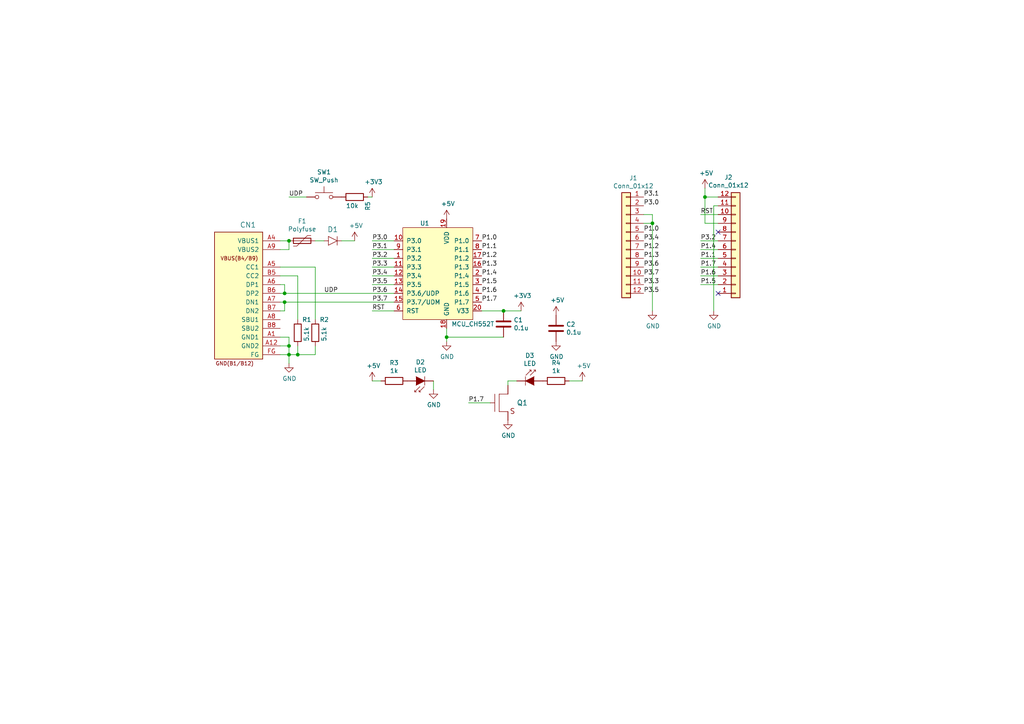
<source format=kicad_sch>
(kicad_sch (version 20211123) (generator eeschema)

  (uuid e615f7aa-337e-474d-9615-2ad82b1c44ca)

  (paper "A4")

  (lib_symbols
    (symbol "Connector_Generic:Conn_01x12" (pin_names (offset 1.016) hide) (in_bom yes) (on_board yes)
      (property "Reference" "J" (id 0) (at 0 15.24 0)
        (effects (font (size 1.27 1.27)))
      )
      (property "Value" "Conn_01x12" (id 1) (at 0 -17.78 0)
        (effects (font (size 1.27 1.27)))
      )
      (property "Footprint" "" (id 2) (at 0 0 0)
        (effects (font (size 1.27 1.27)) hide)
      )
      (property "Datasheet" "~" (id 3) (at 0 0 0)
        (effects (font (size 1.27 1.27)) hide)
      )
      (property "ki_keywords" "connector" (id 4) (at 0 0 0)
        (effects (font (size 1.27 1.27)) hide)
      )
      (property "ki_description" "Generic connector, single row, 01x12, script generated (kicad-library-utils/schlib/autogen/connector/)" (id 5) (at 0 0 0)
        (effects (font (size 1.27 1.27)) hide)
      )
      (property "ki_fp_filters" "Connector*:*_1x??_*" (id 6) (at 0 0 0)
        (effects (font (size 1.27 1.27)) hide)
      )
      (symbol "Conn_01x12_1_1"
        (rectangle (start -1.27 -15.113) (end 0 -15.367)
          (stroke (width 0.1524) (type default) (color 0 0 0 0))
          (fill (type none))
        )
        (rectangle (start -1.27 -12.573) (end 0 -12.827)
          (stroke (width 0.1524) (type default) (color 0 0 0 0))
          (fill (type none))
        )
        (rectangle (start -1.27 -10.033) (end 0 -10.287)
          (stroke (width 0.1524) (type default) (color 0 0 0 0))
          (fill (type none))
        )
        (rectangle (start -1.27 -7.493) (end 0 -7.747)
          (stroke (width 0.1524) (type default) (color 0 0 0 0))
          (fill (type none))
        )
        (rectangle (start -1.27 -4.953) (end 0 -5.207)
          (stroke (width 0.1524) (type default) (color 0 0 0 0))
          (fill (type none))
        )
        (rectangle (start -1.27 -2.413) (end 0 -2.667)
          (stroke (width 0.1524) (type default) (color 0 0 0 0))
          (fill (type none))
        )
        (rectangle (start -1.27 0.127) (end 0 -0.127)
          (stroke (width 0.1524) (type default) (color 0 0 0 0))
          (fill (type none))
        )
        (rectangle (start -1.27 2.667) (end 0 2.413)
          (stroke (width 0.1524) (type default) (color 0 0 0 0))
          (fill (type none))
        )
        (rectangle (start -1.27 5.207) (end 0 4.953)
          (stroke (width 0.1524) (type default) (color 0 0 0 0))
          (fill (type none))
        )
        (rectangle (start -1.27 7.747) (end 0 7.493)
          (stroke (width 0.1524) (type default) (color 0 0 0 0))
          (fill (type none))
        )
        (rectangle (start -1.27 10.287) (end 0 10.033)
          (stroke (width 0.1524) (type default) (color 0 0 0 0))
          (fill (type none))
        )
        (rectangle (start -1.27 12.827) (end 0 12.573)
          (stroke (width 0.1524) (type default) (color 0 0 0 0))
          (fill (type none))
        )
        (rectangle (start -1.27 13.97) (end 1.27 -16.51)
          (stroke (width 0.254) (type default) (color 0 0 0 0))
          (fill (type background))
        )
        (pin passive line (at -5.08 12.7 0) (length 3.81)
          (name "Pin_1" (effects (font (size 1.27 1.27))))
          (number "1" (effects (font (size 1.27 1.27))))
        )
        (pin passive line (at -5.08 -10.16 0) (length 3.81)
          (name "Pin_10" (effects (font (size 1.27 1.27))))
          (number "10" (effects (font (size 1.27 1.27))))
        )
        (pin passive line (at -5.08 -12.7 0) (length 3.81)
          (name "Pin_11" (effects (font (size 1.27 1.27))))
          (number "11" (effects (font (size 1.27 1.27))))
        )
        (pin passive line (at -5.08 -15.24 0) (length 3.81)
          (name "Pin_12" (effects (font (size 1.27 1.27))))
          (number "12" (effects (font (size 1.27 1.27))))
        )
        (pin passive line (at -5.08 10.16 0) (length 3.81)
          (name "Pin_2" (effects (font (size 1.27 1.27))))
          (number "2" (effects (font (size 1.27 1.27))))
        )
        (pin passive line (at -5.08 7.62 0) (length 3.81)
          (name "Pin_3" (effects (font (size 1.27 1.27))))
          (number "3" (effects (font (size 1.27 1.27))))
        )
        (pin passive line (at -5.08 5.08 0) (length 3.81)
          (name "Pin_4" (effects (font (size 1.27 1.27))))
          (number "4" (effects (font (size 1.27 1.27))))
        )
        (pin passive line (at -5.08 2.54 0) (length 3.81)
          (name "Pin_5" (effects (font (size 1.27 1.27))))
          (number "5" (effects (font (size 1.27 1.27))))
        )
        (pin passive line (at -5.08 0 0) (length 3.81)
          (name "Pin_6" (effects (font (size 1.27 1.27))))
          (number "6" (effects (font (size 1.27 1.27))))
        )
        (pin passive line (at -5.08 -2.54 0) (length 3.81)
          (name "Pin_7" (effects (font (size 1.27 1.27))))
          (number "7" (effects (font (size 1.27 1.27))))
        )
        (pin passive line (at -5.08 -5.08 0) (length 3.81)
          (name "Pin_8" (effects (font (size 1.27 1.27))))
          (number "8" (effects (font (size 1.27 1.27))))
        )
        (pin passive line (at -5.08 -7.62 0) (length 3.81)
          (name "Pin_9" (effects (font (size 1.27 1.27))))
          (number "9" (effects (font (size 1.27 1.27))))
        )
      )
    )
    (symbol "Device:C" (pin_numbers hide) (pin_names (offset 0.254)) (in_bom yes) (on_board yes)
      (property "Reference" "C" (id 0) (at 0.635 2.54 0)
        (effects (font (size 1.27 1.27)) (justify left))
      )
      (property "Value" "C" (id 1) (at 0.635 -2.54 0)
        (effects (font (size 1.27 1.27)) (justify left))
      )
      (property "Footprint" "" (id 2) (at 0.9652 -3.81 0)
        (effects (font (size 1.27 1.27)) hide)
      )
      (property "Datasheet" "~" (id 3) (at 0 0 0)
        (effects (font (size 1.27 1.27)) hide)
      )
      (property "ki_keywords" "cap capacitor" (id 4) (at 0 0 0)
        (effects (font (size 1.27 1.27)) hide)
      )
      (property "ki_description" "Unpolarized capacitor" (id 5) (at 0 0 0)
        (effects (font (size 1.27 1.27)) hide)
      )
      (property "ki_fp_filters" "C_*" (id 6) (at 0 0 0)
        (effects (font (size 1.27 1.27)) hide)
      )
      (symbol "C_0_1"
        (polyline
          (pts
            (xy -2.032 -0.762)
            (xy 2.032 -0.762)
          )
          (stroke (width 0.508) (type default) (color 0 0 0 0))
          (fill (type none))
        )
        (polyline
          (pts
            (xy -2.032 0.762)
            (xy 2.032 0.762)
          )
          (stroke (width 0.508) (type default) (color 0 0 0 0))
          (fill (type none))
        )
      )
      (symbol "C_1_1"
        (pin passive line (at 0 3.81 270) (length 2.794)
          (name "~" (effects (font (size 1.27 1.27))))
          (number "1" (effects (font (size 1.27 1.27))))
        )
        (pin passive line (at 0 -3.81 90) (length 2.794)
          (name "~" (effects (font (size 1.27 1.27))))
          (number "2" (effects (font (size 1.27 1.27))))
        )
      )
    )
    (symbol "Device:Polyfuse" (pin_numbers hide) (pin_names (offset 0)) (in_bom yes) (on_board yes)
      (property "Reference" "F" (id 0) (at -2.54 0 90)
        (effects (font (size 1.27 1.27)))
      )
      (property "Value" "Polyfuse" (id 1) (at 2.54 0 90)
        (effects (font (size 1.27 1.27)))
      )
      (property "Footprint" "" (id 2) (at 1.27 -5.08 0)
        (effects (font (size 1.27 1.27)) (justify left) hide)
      )
      (property "Datasheet" "~" (id 3) (at 0 0 0)
        (effects (font (size 1.27 1.27)) hide)
      )
      (property "ki_keywords" "resettable fuse PTC PPTC polyfuse polyswitch" (id 4) (at 0 0 0)
        (effects (font (size 1.27 1.27)) hide)
      )
      (property "ki_description" "Resettable fuse, polymeric positive temperature coefficient" (id 5) (at 0 0 0)
        (effects (font (size 1.27 1.27)) hide)
      )
      (property "ki_fp_filters" "*polyfuse* *PTC*" (id 6) (at 0 0 0)
        (effects (font (size 1.27 1.27)) hide)
      )
      (symbol "Polyfuse_0_1"
        (rectangle (start -0.762 2.54) (end 0.762 -2.54)
          (stroke (width 0.254) (type default) (color 0 0 0 0))
          (fill (type none))
        )
        (polyline
          (pts
            (xy 0 2.54)
            (xy 0 -2.54)
          )
          (stroke (width 0) (type default) (color 0 0 0 0))
          (fill (type none))
        )
        (polyline
          (pts
            (xy -1.524 2.54)
            (xy -1.524 1.524)
            (xy 1.524 -1.524)
            (xy 1.524 -2.54)
          )
          (stroke (width 0) (type default) (color 0 0 0 0))
          (fill (type none))
        )
      )
      (symbol "Polyfuse_1_1"
        (pin passive line (at 0 3.81 270) (length 1.27)
          (name "~" (effects (font (size 1.27 1.27))))
          (number "1" (effects (font (size 1.27 1.27))))
        )
        (pin passive line (at 0 -3.81 90) (length 1.27)
          (name "~" (effects (font (size 1.27 1.27))))
          (number "2" (effects (font (size 1.27 1.27))))
        )
      )
    )
    (symbol "Device:R" (pin_numbers hide) (pin_names (offset 0)) (in_bom yes) (on_board yes)
      (property "Reference" "R" (id 0) (at 2.032 0 90)
        (effects (font (size 1.27 1.27)))
      )
      (property "Value" "R" (id 1) (at 0 0 90)
        (effects (font (size 1.27 1.27)))
      )
      (property "Footprint" "" (id 2) (at -1.778 0 90)
        (effects (font (size 1.27 1.27)) hide)
      )
      (property "Datasheet" "~" (id 3) (at 0 0 0)
        (effects (font (size 1.27 1.27)) hide)
      )
      (property "ki_keywords" "R res resistor" (id 4) (at 0 0 0)
        (effects (font (size 1.27 1.27)) hide)
      )
      (property "ki_description" "Resistor" (id 5) (at 0 0 0)
        (effects (font (size 1.27 1.27)) hide)
      )
      (property "ki_fp_filters" "R_*" (id 6) (at 0 0 0)
        (effects (font (size 1.27 1.27)) hide)
      )
      (symbol "R_0_1"
        (rectangle (start -1.016 -2.54) (end 1.016 2.54)
          (stroke (width 0.254) (type default) (color 0 0 0 0))
          (fill (type none))
        )
      )
      (symbol "R_1_1"
        (pin passive line (at 0 3.81 270) (length 1.27)
          (name "~" (effects (font (size 1.27 1.27))))
          (number "1" (effects (font (size 1.27 1.27))))
        )
        (pin passive line (at 0 -3.81 90) (length 1.27)
          (name "~" (effects (font (size 1.27 1.27))))
          (number "2" (effects (font (size 1.27 1.27))))
        )
      )
    )
    (symbol "Switch:SW_Push" (pin_numbers hide) (pin_names (offset 1.016) hide) (in_bom yes) (on_board yes)
      (property "Reference" "SW" (id 0) (at 1.27 2.54 0)
        (effects (font (size 1.27 1.27)) (justify left))
      )
      (property "Value" "SW_Push" (id 1) (at 0 -1.524 0)
        (effects (font (size 1.27 1.27)))
      )
      (property "Footprint" "" (id 2) (at 0 5.08 0)
        (effects (font (size 1.27 1.27)) hide)
      )
      (property "Datasheet" "~" (id 3) (at 0 5.08 0)
        (effects (font (size 1.27 1.27)) hide)
      )
      (property "ki_keywords" "switch normally-open pushbutton push-button" (id 4) (at 0 0 0)
        (effects (font (size 1.27 1.27)) hide)
      )
      (property "ki_description" "Push button switch, generic, two pins" (id 5) (at 0 0 0)
        (effects (font (size 1.27 1.27)) hide)
      )
      (symbol "SW_Push_0_1"
        (circle (center -2.032 0) (radius 0.508)
          (stroke (width 0) (type default) (color 0 0 0 0))
          (fill (type none))
        )
        (polyline
          (pts
            (xy 0 1.27)
            (xy 0 3.048)
          )
          (stroke (width 0) (type default) (color 0 0 0 0))
          (fill (type none))
        )
        (polyline
          (pts
            (xy 2.54 1.27)
            (xy -2.54 1.27)
          )
          (stroke (width 0) (type default) (color 0 0 0 0))
          (fill (type none))
        )
        (circle (center 2.032 0) (radius 0.508)
          (stroke (width 0) (type default) (color 0 0 0 0))
          (fill (type none))
        )
        (pin passive line (at -5.08 0 0) (length 2.54)
          (name "1" (effects (font (size 1.27 1.27))))
          (number "1" (effects (font (size 1.27 1.27))))
        )
        (pin passive line (at 5.08 0 180) (length 2.54)
          (name "2" (effects (font (size 1.27 1.27))))
          (number "2" (effects (font (size 1.27 1.27))))
        )
      )
    )
    (symbol "akita:CON_USB-C-16" (pin_names (offset 1.016)) (in_bom yes) (on_board yes)
      (property "Reference" "CN" (id 0) (at -7.62 20.32 0)
        (effects (font (size 1.4986 1.4986)) (justify left bottom))
      )
      (property "Value" "CON_USB-C-16" (id 1) (at 0 0 0)
        (effects (font (size 1.27 1.27)) hide)
      )
      (property "Footprint" "akita:USB-C_16P_TH" (id 2) (at 0 0 0)
        (effects (font (size 1.27 1.27)) hide)
      )
      (property "Datasheet" "" (id 3) (at 0 0 0)
        (effects (font (size 1.27 1.27)) hide)
      )
      (symbol "CON_USB-C-16_1_0"
        (text "GND(B1/B12)" (at -5.08 -17.78 0)
          (effects (font (size 1.0668 1.0668)) (justify left))
        )
        (text "VBUS(B4/B9)" (at -6.35 12.7 0)
          (effects (font (size 1.0668 1.0668)) (justify left))
        )
        (pin bidirectional line (at -12.7 -10.16 0) (length 5.08)
          (name "GND1" (effects (font (size 1.27 1.27))))
          (number "A1" (effects (font (size 1.27 1.27))))
        )
        (pin bidirectional line (at -12.7 -12.7 0) (length 5.08)
          (name "GND2" (effects (font (size 1.27 1.27))))
          (number "A12" (effects (font (size 1.27 1.27))))
        )
        (pin bidirectional line (at -12.7 17.78 0) (length 5.08)
          (name "VBUS1" (effects (font (size 1.27 1.27))))
          (number "A4" (effects (font (size 1.27 1.27))))
        )
        (pin bidirectional line (at -12.7 10.16 0) (length 5.08)
          (name "CC1" (effects (font (size 1.27 1.27))))
          (number "A5" (effects (font (size 1.27 1.27))))
        )
        (pin bidirectional line (at -12.7 5.08 0) (length 5.08)
          (name "DP1" (effects (font (size 1.27 1.27))))
          (number "A6" (effects (font (size 1.27 1.27))))
        )
        (pin bidirectional line (at -12.7 0 0) (length 5.08)
          (name "DN1" (effects (font (size 1.27 1.27))))
          (number "A7" (effects (font (size 1.27 1.27))))
        )
        (pin bidirectional line (at -12.7 -5.08 0) (length 5.08)
          (name "SBU1" (effects (font (size 1.27 1.27))))
          (number "A8" (effects (font (size 1.27 1.27))))
        )
        (pin bidirectional line (at -12.7 15.24 0) (length 5.08)
          (name "VBUS2" (effects (font (size 1.27 1.27))))
          (number "A9" (effects (font (size 1.27 1.27))))
        )
        (pin bidirectional line (at -12.7 7.62 0) (length 5.08)
          (name "CC2" (effects (font (size 1.27 1.27))))
          (number "B5" (effects (font (size 1.27 1.27))))
        )
        (pin bidirectional line (at -12.7 2.54 0) (length 5.08)
          (name "DP2" (effects (font (size 1.27 1.27))))
          (number "B6" (effects (font (size 1.27 1.27))))
        )
        (pin bidirectional line (at -12.7 -2.54 0) (length 5.08)
          (name "DN2" (effects (font (size 1.27 1.27))))
          (number "B7" (effects (font (size 1.27 1.27))))
        )
        (pin bidirectional line (at -12.7 -7.62 0) (length 5.08)
          (name "SBU2" (effects (font (size 1.27 1.27))))
          (number "B8" (effects (font (size 1.27 1.27))))
        )
      )
      (symbol "CON_USB-C-16_1_1"
        (rectangle (start -7.62 20.32) (end 6.35 -16.51)
          (stroke (width 0.2032) (type default) (color 0 0 0 0))
          (fill (type background))
        )
        (pin power_in line (at -12.7 -15.24 0) (length 5.08)
          (name "FG" (effects (font (size 1.27 1.27))))
          (number "FG" (effects (font (size 1.27 1.27))))
        )
      )
    )
    (symbol "akita:DIODE" (pin_names (offset 1.016)) (in_bom yes) (on_board yes)
      (property "Reference" "D" (id 0) (at -2.54 2.54 0)
        (effects (font (size 1.4986 1.4986)) (justify left bottom))
      )
      (property "Value" "DIODE" (id 1) (at 0 -2.54 0)
        (effects (font (size 1.27 1.27)) hide)
      )
      (property "Footprint" "" (id 2) (at 0 0 0)
        (effects (font (size 1.27 1.27)) hide)
      )
      (property "Datasheet" "" (id 3) (at 0 0 0)
        (effects (font (size 1.27 1.27)) hide)
      )
      (property "ki_locked" "" (id 4) (at 0 0 0)
        (effects (font (size 1.27 1.27)))
      )
      (symbol "DIODE_1_0"
        (polyline
          (pts
            (xy -2.54 0)
            (xy -1.27 0)
          )
          (stroke (width 0) (type default) (color 0 0 0 0))
          (fill (type none))
        )
        (polyline
          (pts
            (xy -1.27 -1.27)
            (xy 1.27 0)
          )
          (stroke (width 0) (type default) (color 0 0 0 0))
          (fill (type none))
        )
        (polyline
          (pts
            (xy -1.27 0)
            (xy -1.27 -1.27)
          )
          (stroke (width 0) (type default) (color 0 0 0 0))
          (fill (type none))
        )
        (polyline
          (pts
            (xy -1.27 1.27)
            (xy -1.27 0)
          )
          (stroke (width 0) (type default) (color 0 0 0 0))
          (fill (type none))
        )
        (polyline
          (pts
            (xy 1.27 0)
            (xy -1.27 1.27)
          )
          (stroke (width 0) (type default) (color 0 0 0 0))
          (fill (type none))
        )
        (polyline
          (pts
            (xy 1.27 0)
            (xy 1.27 -1.27)
          )
          (stroke (width 0) (type default) (color 0 0 0 0))
          (fill (type none))
        )
        (polyline
          (pts
            (xy 1.27 1.27)
            (xy 1.27 0)
          )
          (stroke (width 0) (type default) (color 0 0 0 0))
          (fill (type none))
        )
        (polyline
          (pts
            (xy 2.54 0)
            (xy 1.27 0)
          )
          (stroke (width 0) (type default) (color 0 0 0 0))
          (fill (type none))
        )
        (pin passive line (at -2.54 0 0) (length 0)
          (name "A" (effects (font (size 0 0))))
          (number "A" (effects (font (size 0 0))))
        )
        (pin passive line (at 2.54 0 180) (length 0)
          (name "K" (effects (font (size 0 0))))
          (number "K" (effects (font (size 0 0))))
        )
      )
    )
    (symbol "akita:LED" (pin_numbers hide) (pin_names (offset 1.016) hide) (in_bom yes) (on_board yes)
      (property "Reference" "D" (id 0) (at 0.508 1.778 0)
        (effects (font (size 1.27 1.27)) (justify left))
      )
      (property "Value" "LED" (id 1) (at -1.016 -2.794 0)
        (effects (font (size 1.27 1.27)))
      )
      (property "Footprint" "" (id 2) (at 0 4.445 0)
        (effects (font (size 1.27 1.27)) hide)
      )
      (property "Datasheet" "http://www.osram-os.com/Graphics/XPic6/00029609_0.pdf/SFh%20460.pdf" (id 3) (at -1.27 0 0)
        (effects (font (size 1.27 1.27)) hide)
      )
      (property "ki_keywords" "opto IR LED" (id 4) (at 0 0 0)
        (effects (font (size 1.27 1.27)) hide)
      )
      (property "ki_description" "general LED" (id 5) (at 0 0 0)
        (effects (font (size 1.27 1.27)) hide)
      )
      (property "ki_fp_filters" "TO?18*Window*" (id 6) (at 0 0 0)
        (effects (font (size 1.27 1.27)) hide)
      )
      (symbol "LED_0_1"
        (polyline
          (pts
            (xy -2.54 1.27)
            (xy -2.54 -1.27)
          )
          (stroke (width 0.1524) (type default) (color 0 0 0 0))
          (fill (type none))
        )
        (polyline
          (pts
            (xy 0.381 3.175)
            (xy -0.127 3.175)
          )
          (stroke (width 0) (type default) (color 0 0 0 0))
          (fill (type none))
        )
        (polyline
          (pts
            (xy -1.143 1.651)
            (xy 0.381 3.175)
            (xy 0.381 2.667)
          )
          (stroke (width 0) (type default) (color 0 0 0 0))
          (fill (type none))
        )
        (polyline
          (pts
            (xy 0 1.27)
            (xy -2.54 0)
            (xy 0 -1.27)
          )
          (stroke (width 0) (type default) (color 0 0 0 0))
          (fill (type outline))
        )
        (polyline
          (pts
            (xy -2.413 1.651)
            (xy -0.889 3.175)
            (xy -0.889 2.667)
            (xy -0.889 3.175)
            (xy -1.397 3.175)
          )
          (stroke (width 0) (type default) (color 0 0 0 0))
          (fill (type none))
        )
      )
      (symbol "LED_1_1"
        (pin passive line (at -5.08 0 0) (length 2.54)
          (name "K" (effects (font (size 1.27 1.27))))
          (number "1" (effects (font (size 1.27 1.27))))
        )
        (pin passive line (at 2.54 0 180) (length 2.54)
          (name "A" (effects (font (size 1.27 1.27))))
          (number "2" (effects (font (size 1.27 1.27))))
        )
      )
    )
    (symbol "akita:MCU_CH552T" (pin_names (offset 1.016)) (in_bom yes) (on_board yes)
      (property "Reference" "U" (id 0) (at 13.97 -2.54 0)
        (effects (font (size 1.27 1.27)))
      )
      (property "Value" "MCU_CH552T" (id 1) (at 10.16 -13.97 0)
        (effects (font (size 1.27 1.27)))
      )
      (property "Footprint" "Package_SO:TSSOP-20_4.4x6.5mm_P0.65mm" (id 2) (at 0 -13.97 0)
        (effects (font (size 1.27 1.27)) hide)
      )
      (property "Datasheet" "" (id 3) (at 8.89 -15.24 0)
        (effects (font (size 1.27 1.27)) hide)
      )
      (symbol "MCU_CH552T_0_1"
        (rectangle (start -10.16 13.97) (end 10.16 -12.7)
          (stroke (width 0) (type default) (color 0 0 0 0))
          (fill (type background))
        )
      )
      (symbol "MCU_CH552T_1_1"
        (pin input line (at -12.7 5.08 0) (length 2.54)
          (name "P3.2" (effects (font (size 1.27 1.27))))
          (number "1" (effects (font (size 1.27 1.27))))
        )
        (pin input line (at -12.7 10.16 0) (length 2.54)
          (name "P3.0" (effects (font (size 1.27 1.27))))
          (number "10" (effects (font (size 1.27 1.27))))
        )
        (pin input line (at -12.7 2.54 0) (length 2.54)
          (name "P3.3" (effects (font (size 1.27 1.27))))
          (number "11" (effects (font (size 1.27 1.27))))
        )
        (pin input line (at -12.7 0 0) (length 2.54)
          (name "P3.4" (effects (font (size 1.27 1.27))))
          (number "12" (effects (font (size 1.27 1.27))))
        )
        (pin input line (at -12.7 -2.54 0) (length 2.54)
          (name "P3.5" (effects (font (size 1.27 1.27))))
          (number "13" (effects (font (size 1.27 1.27))))
        )
        (pin input line (at -12.7 -5.08 0) (length 2.54)
          (name "P3.6/UDP" (effects (font (size 1.27 1.27))))
          (number "14" (effects (font (size 1.27 1.27))))
        )
        (pin input line (at -12.7 -7.62 0) (length 2.54)
          (name "P3.7/UDM" (effects (font (size 1.27 1.27))))
          (number "15" (effects (font (size 1.27 1.27))))
        )
        (pin input line (at 12.7 2.54 180) (length 2.54)
          (name "P1.3" (effects (font (size 1.27 1.27))))
          (number "16" (effects (font (size 1.27 1.27))))
        )
        (pin input line (at 12.7 5.08 180) (length 2.54)
          (name "P1.2" (effects (font (size 1.27 1.27))))
          (number "17" (effects (font (size 1.27 1.27))))
        )
        (pin power_in line (at 2.54 -15.24 90) (length 2.54)
          (name "GND" (effects (font (size 1.27 1.27))))
          (number "18" (effects (font (size 1.27 1.27))))
        )
        (pin power_in line (at 2.54 16.51 270) (length 2.54)
          (name "VDD" (effects (font (size 1.27 1.27))))
          (number "19" (effects (font (size 1.27 1.27))))
        )
        (pin bidirectional line (at 12.7 0 180) (length 2.54)
          (name "P1.4" (effects (font (size 1.27 1.27))))
          (number "2" (effects (font (size 1.27 1.27))))
        )
        (pin power_out line (at 12.7 -10.16 180) (length 2.54)
          (name "V33" (effects (font (size 1.27 1.27))))
          (number "20" (effects (font (size 1.27 1.27))))
        )
        (pin bidirectional line (at 12.7 -2.54 180) (length 2.54)
          (name "P1.5" (effects (font (size 1.27 1.27))))
          (number "3" (effects (font (size 1.27 1.27))))
        )
        (pin bidirectional line (at 12.7 -5.08 180) (length 2.54)
          (name "P1.6" (effects (font (size 1.27 1.27))))
          (number "4" (effects (font (size 1.27 1.27))))
        )
        (pin bidirectional line (at 12.7 -7.62 180) (length 2.54)
          (name "P1.7" (effects (font (size 1.27 1.27))))
          (number "5" (effects (font (size 1.27 1.27))))
        )
        (pin input line (at -12.7 -10.16 0) (length 2.54)
          (name "RST" (effects (font (size 1.27 1.27))))
          (number "6" (effects (font (size 1.27 1.27))))
        )
        (pin input line (at 12.7 10.16 180) (length 2.54)
          (name "P1.0" (effects (font (size 1.27 1.27))))
          (number "7" (effects (font (size 1.27 1.27))))
        )
        (pin input line (at 12.7 7.62 180) (length 2.54)
          (name "P1.1" (effects (font (size 1.27 1.27))))
          (number "8" (effects (font (size 1.27 1.27))))
        )
        (pin input line (at -12.7 7.62 0) (length 2.54)
          (name "P3.1" (effects (font (size 1.27 1.27))))
          (number "9" (effects (font (size 1.27 1.27))))
        )
      )
    )
    (symbol "akita:TR_NMOS_IRLML6344" (pin_names (offset 1.016)) (in_bom yes) (on_board yes)
      (property "Reference" "Q" (id 0) (at 3.048 0.508 0)
        (effects (font (size 1.4986 1.4986)) (justify left bottom))
      )
      (property "Value" "TR_NMOS_IRLML6344" (id 1) (at 0 0 0)
        (effects (font (size 1.27 1.27)) hide)
      )
      (property "Footprint" "Package_TO_SOT_SMD:SOT-23" (id 2) (at 0 0 0)
        (effects (font (size 1.27 1.27)) hide)
      )
      (property "Datasheet" "" (id 3) (at 0 0 0)
        (effects (font (size 1.27 1.27)) hide)
      )
      (symbol "TR_NMOS_IRLML6344_1_0"
        (polyline
          (pts
            (xy -2.54 0)
            (xy -1.27 0)
          )
          (stroke (width 0) (type default) (color 0 0 0 0))
          (fill (type none))
        )
        (polyline
          (pts
            (xy -1.27 2.54)
            (xy -1.27 -2.54)
          )
          (stroke (width 0) (type default) (color 0 0 0 0))
          (fill (type none))
        )
        (polyline
          (pts
            (xy 0 -2.54)
            (xy 2.54 -2.54)
          )
          (stroke (width 0) (type default) (color 0 0 0 0))
          (fill (type none))
        )
        (polyline
          (pts
            (xy 0 2.54)
            (xy 0 -2.54)
          )
          (stroke (width 0) (type default) (color 0 0 0 0))
          (fill (type none))
        )
        (polyline
          (pts
            (xy 2.54 2.54)
            (xy 0 2.54)
          )
          (stroke (width 0) (type default) (color 0 0 0 0))
          (fill (type none))
        )
        (text "S" (at 3.048 -3.302 0)
          (effects (font (size 1.4986 1.4986)) (justify left bottom))
        )
        (pin bidirectional line (at -2.54 0 0) (length 0)
          (name "G" (effects (font (size 0 0))))
          (number "1" (effects (font (size 0 0))))
        )
        (pin bidirectional line (at 2.54 -5.08 90) (length 2.54)
          (name "S" (effects (font (size 0 0))))
          (number "2" (effects (font (size 0 0))))
        )
        (pin bidirectional line (at 2.54 5.08 270) (length 2.54)
          (name "D" (effects (font (size 0 0))))
          (number "3" (effects (font (size 0 0))))
        )
      )
    )
    (symbol "power:+3V3" (power) (pin_names (offset 0)) (in_bom yes) (on_board yes)
      (property "Reference" "#PWR" (id 0) (at 0 -3.81 0)
        (effects (font (size 1.27 1.27)) hide)
      )
      (property "Value" "+3V3" (id 1) (at 0 3.556 0)
        (effects (font (size 1.27 1.27)))
      )
      (property "Footprint" "" (id 2) (at 0 0 0)
        (effects (font (size 1.27 1.27)) hide)
      )
      (property "Datasheet" "" (id 3) (at 0 0 0)
        (effects (font (size 1.27 1.27)) hide)
      )
      (property "ki_keywords" "power-flag" (id 4) (at 0 0 0)
        (effects (font (size 1.27 1.27)) hide)
      )
      (property "ki_description" "Power symbol creates a global label with name \"+3V3\"" (id 5) (at 0 0 0)
        (effects (font (size 1.27 1.27)) hide)
      )
      (symbol "+3V3_0_1"
        (polyline
          (pts
            (xy -0.762 1.27)
            (xy 0 2.54)
          )
          (stroke (width 0) (type default) (color 0 0 0 0))
          (fill (type none))
        )
        (polyline
          (pts
            (xy 0 0)
            (xy 0 2.54)
          )
          (stroke (width 0) (type default) (color 0 0 0 0))
          (fill (type none))
        )
        (polyline
          (pts
            (xy 0 2.54)
            (xy 0.762 1.27)
          )
          (stroke (width 0) (type default) (color 0 0 0 0))
          (fill (type none))
        )
      )
      (symbol "+3V3_1_1"
        (pin power_in line (at 0 0 90) (length 0) hide
          (name "+3V3" (effects (font (size 1.27 1.27))))
          (number "1" (effects (font (size 1.27 1.27))))
        )
      )
    )
    (symbol "power:+5V" (power) (pin_names (offset 0)) (in_bom yes) (on_board yes)
      (property "Reference" "#PWR" (id 0) (at 0 -3.81 0)
        (effects (font (size 1.27 1.27)) hide)
      )
      (property "Value" "+5V" (id 1) (at 0 3.556 0)
        (effects (font (size 1.27 1.27)))
      )
      (property "Footprint" "" (id 2) (at 0 0 0)
        (effects (font (size 1.27 1.27)) hide)
      )
      (property "Datasheet" "" (id 3) (at 0 0 0)
        (effects (font (size 1.27 1.27)) hide)
      )
      (property "ki_keywords" "power-flag" (id 4) (at 0 0 0)
        (effects (font (size 1.27 1.27)) hide)
      )
      (property "ki_description" "Power symbol creates a global label with name \"+5V\"" (id 5) (at 0 0 0)
        (effects (font (size 1.27 1.27)) hide)
      )
      (symbol "+5V_0_1"
        (polyline
          (pts
            (xy -0.762 1.27)
            (xy 0 2.54)
          )
          (stroke (width 0) (type default) (color 0 0 0 0))
          (fill (type none))
        )
        (polyline
          (pts
            (xy 0 0)
            (xy 0 2.54)
          )
          (stroke (width 0) (type default) (color 0 0 0 0))
          (fill (type none))
        )
        (polyline
          (pts
            (xy 0 2.54)
            (xy 0.762 1.27)
          )
          (stroke (width 0) (type default) (color 0 0 0 0))
          (fill (type none))
        )
      )
      (symbol "+5V_1_1"
        (pin power_in line (at 0 0 90) (length 0) hide
          (name "+5V" (effects (font (size 1.27 1.27))))
          (number "1" (effects (font (size 1.27 1.27))))
        )
      )
    )
    (symbol "power:GND" (power) (pin_names (offset 0)) (in_bom yes) (on_board yes)
      (property "Reference" "#PWR" (id 0) (at 0 -6.35 0)
        (effects (font (size 1.27 1.27)) hide)
      )
      (property "Value" "GND" (id 1) (at 0 -3.81 0)
        (effects (font (size 1.27 1.27)))
      )
      (property "Footprint" "" (id 2) (at 0 0 0)
        (effects (font (size 1.27 1.27)) hide)
      )
      (property "Datasheet" "" (id 3) (at 0 0 0)
        (effects (font (size 1.27 1.27)) hide)
      )
      (property "ki_keywords" "power-flag" (id 4) (at 0 0 0)
        (effects (font (size 1.27 1.27)) hide)
      )
      (property "ki_description" "Power symbol creates a global label with name \"GND\" , ground" (id 5) (at 0 0 0)
        (effects (font (size 1.27 1.27)) hide)
      )
      (symbol "GND_0_1"
        (polyline
          (pts
            (xy 0 0)
            (xy 0 -1.27)
            (xy 1.27 -1.27)
            (xy 0 -2.54)
            (xy -1.27 -1.27)
            (xy 0 -1.27)
          )
          (stroke (width 0) (type default) (color 0 0 0 0))
          (fill (type none))
        )
      )
      (symbol "GND_1_1"
        (pin power_in line (at 0 0 270) (length 0) hide
          (name "GND" (effects (font (size 1.27 1.27))))
          (number "1" (effects (font (size 1.27 1.27))))
        )
      )
    )
  )

  (junction (at 82.55 85.09) (diameter 0) (color 0 0 0 0)
    (uuid 2d210a96-f81f-42a9-8bf4-1b43c11086f3)
  )
  (junction (at 82.55 87.63) (diameter 0) (color 0 0 0 0)
    (uuid 4c8eb964-bdf4-44de-90e9-e2ab82dd5313)
  )
  (junction (at 204.47 57.15) (diameter 0) (color 0 0 0 0)
    (uuid 5ca4be1c-537e-4a4a-b344-d0c8ffde8546)
  )
  (junction (at 189.23 64.77) (diameter 0) (color 0 0 0 0)
    (uuid 60dcd1fe-7079-4cb8-b509-04558ccf5097)
  )
  (junction (at 83.82 100.33) (diameter 0) (color 0 0 0 0)
    (uuid 7edc9030-db7b-43ac-a1b3-b87eeacb4c2d)
  )
  (junction (at 146.05 90.17) (diameter 0) (color 0 0 0 0)
    (uuid babeabf2-f3b0-4ed5-8d9e-0215947e6cf3)
  )
  (junction (at 83.82 69.85) (diameter 0) (color 0 0 0 0)
    (uuid bfc0aadc-38cf-466e-a642-68fdc3138c78)
  )
  (junction (at 86.36 102.87) (diameter 0) (color 0 0 0 0)
    (uuid c01d25cd-f4bb-4ef3-b5ea-533a2a4ddb2b)
  )
  (junction (at 129.54 97.79) (diameter 0) (color 0 0 0 0)
    (uuid c0eca5ed-bc5e-4618-9bcd-80945bea41ed)
  )
  (junction (at 83.82 102.87) (diameter 0) (color 0 0 0 0)
    (uuid cbd8faed-e1f8-4406-87c8-58b2c504a5d4)
  )

  (no_connect (at 208.28 85.09) (uuid 730b670c-9bcf-4dcd-9a8d-fcaa61fb0955))
  (no_connect (at 208.28 67.31) (uuid 7cee474b-af8f-4832-b07a-c43c1ab0b464))

  (wire (pts (xy 86.36 102.87) (xy 86.36 100.33))
    (stroke (width 0) (type default) (color 0 0 0 0))
    (uuid 003c2200-0632-4808-a662-8ddd5d30c768)
  )
  (wire (pts (xy 146.05 97.79) (xy 129.54 97.79))
    (stroke (width 0) (type default) (color 0 0 0 0))
    (uuid 0217dfc4-fc13-4699-99ad-d9948522648e)
  )
  (wire (pts (xy 81.28 85.09) (xy 82.55 85.09))
    (stroke (width 0) (type default) (color 0 0 0 0))
    (uuid 03c52831-5dc5-43c5-a442-8d23643b46fb)
  )
  (wire (pts (xy 186.69 62.23) (xy 189.23 62.23))
    (stroke (width 0) (type default) (color 0 0 0 0))
    (uuid 0755aee5-bc01-4cb5-b830-583289df50a3)
  )
  (wire (pts (xy 83.82 100.33) (xy 83.82 102.87))
    (stroke (width 0) (type default) (color 0 0 0 0))
    (uuid 08a7c925-7fae-4530-b0c9-120e185cb318)
  )
  (wire (pts (xy 125.73 113.03) (xy 125.73 110.49))
    (stroke (width 0) (type default) (color 0 0 0 0))
    (uuid 099096e4-8c2a-4d84-a16f-06b4b6330e7a)
  )
  (wire (pts (xy 110.49 110.49) (xy 107.95 110.49))
    (stroke (width 0) (type default) (color 0 0 0 0))
    (uuid 0e1ed1c5-7428-4dc7-b76e-49b2d5f8177d)
  )
  (wire (pts (xy 81.28 72.39) (xy 83.82 72.39))
    (stroke (width 0) (type default) (color 0 0 0 0))
    (uuid 0f54db53-a272-4955-88fb-d7ab00657bb0)
  )
  (wire (pts (xy 149.86 110.49) (xy 147.32 110.49))
    (stroke (width 0) (type default) (color 0 0 0 0))
    (uuid 101ef598-601d-400e-9ef6-d655fbb1dbfa)
  )
  (wire (pts (xy 208.28 59.69) (xy 207.01 59.69))
    (stroke (width 0) (type default) (color 0 0 0 0))
    (uuid 182b2d54-931d-49d6-9f39-60a752623e36)
  )
  (wire (pts (xy 86.36 80.01) (xy 86.36 92.71))
    (stroke (width 0) (type default) (color 0 0 0 0))
    (uuid 1a1ab354-5f85-45f9-938c-9f6c4c8c3ea2)
  )
  (wire (pts (xy 139.7 90.17) (xy 146.05 90.17))
    (stroke (width 0) (type default) (color 0 0 0 0))
    (uuid 1d9cdadc-9036-4a95-b6db-fa7b3b74c869)
  )
  (wire (pts (xy 83.82 102.87) (xy 86.36 102.87))
    (stroke (width 0) (type default) (color 0 0 0 0))
    (uuid 240e07e1-770b-4b27-894f-29fd601c924d)
  )
  (wire (pts (xy 82.55 85.09) (xy 114.3 85.09))
    (stroke (width 0) (type default) (color 0 0 0 0))
    (uuid 275aa44a-b61f-489f-9e2a-819a0fe0d1eb)
  )
  (wire (pts (xy 81.28 90.17) (xy 82.55 90.17))
    (stroke (width 0) (type default) (color 0 0 0 0))
    (uuid 29e78086-2175-405e-9ba3-c48766d2f50c)
  )
  (wire (pts (xy 81.28 97.79) (xy 83.82 97.79))
    (stroke (width 0) (type default) (color 0 0 0 0))
    (uuid 2d6db888-4e40-41c8-b701-07170fc894bc)
  )
  (wire (pts (xy 203.2 69.85) (xy 208.28 69.85))
    (stroke (width 0) (type default) (color 0 0 0 0))
    (uuid 2dc272bd-3aa2-45b5-889d-1d3c8aac80f8)
  )
  (wire (pts (xy 114.3 74.93) (xy 107.95 74.93))
    (stroke (width 0) (type default) (color 0 0 0 0))
    (uuid 40976bf0-19de-460f-ad64-224d4f51e16b)
  )
  (wire (pts (xy 81.28 77.47) (xy 91.44 77.47))
    (stroke (width 0) (type default) (color 0 0 0 0))
    (uuid 42713045-fffd-4b2d-ae1e-7232d705fb12)
  )
  (wire (pts (xy 189.23 62.23) (xy 189.23 64.77))
    (stroke (width 0) (type default) (color 0 0 0 0))
    (uuid 4a21e717-d46d-4d9e-8b98-af4ecb02d3ec)
  )
  (wire (pts (xy 81.28 102.87) (xy 83.82 102.87))
    (stroke (width 0) (type default) (color 0 0 0 0))
    (uuid 4a4ec8d9-3d72-4952-83d4-808f65849a2b)
  )
  (wire (pts (xy 207.01 59.69) (xy 207.01 90.17))
    (stroke (width 0) (type default) (color 0 0 0 0))
    (uuid 5114c7bf-b955-49f3-a0a8-4b954c81bde0)
  )
  (wire (pts (xy 81.28 100.33) (xy 83.82 100.33))
    (stroke (width 0) (type default) (color 0 0 0 0))
    (uuid 5528bcad-2950-4673-90eb-c37e6952c475)
  )
  (wire (pts (xy 204.47 64.77) (xy 204.47 57.15))
    (stroke (width 0) (type default) (color 0 0 0 0))
    (uuid 57c0c267-8bf9-4cc7-b734-d71a239ac313)
  )
  (wire (pts (xy 208.28 77.47) (xy 203.2 77.47))
    (stroke (width 0) (type default) (color 0 0 0 0))
    (uuid 5bcace5d-edd0-4e19-92d0-835e43cf8eb2)
  )
  (wire (pts (xy 129.54 97.79) (xy 129.54 95.25))
    (stroke (width 0) (type default) (color 0 0 0 0))
    (uuid 6bfe5804-2ef9-4c65-b2a7-f01e4014370a)
  )
  (wire (pts (xy 208.28 72.39) (xy 203.2 72.39))
    (stroke (width 0) (type default) (color 0 0 0 0))
    (uuid 6c2d26bc-6eca-436c-8025-79f817bf57d6)
  )
  (wire (pts (xy 82.55 87.63) (xy 114.3 87.63))
    (stroke (width 0) (type default) (color 0 0 0 0))
    (uuid 6c67e4f6-9d04-4539-b356-b76e915ce848)
  )
  (wire (pts (xy 208.28 82.55) (xy 203.2 82.55))
    (stroke (width 0) (type default) (color 0 0 0 0))
    (uuid 6ec113ca-7d27-4b14-a180-1e5e2fd1c167)
  )
  (wire (pts (xy 81.28 80.01) (xy 86.36 80.01))
    (stroke (width 0) (type default) (color 0 0 0 0))
    (uuid 7aed3a71-054b-4aaa-9c0a-030523c32827)
  )
  (wire (pts (xy 83.82 97.79) (xy 83.82 100.33))
    (stroke (width 0) (type default) (color 0 0 0 0))
    (uuid 7bbf981c-a063-4e30-8911-e4228e1c0743)
  )
  (wire (pts (xy 83.82 72.39) (xy 83.82 69.85))
    (stroke (width 0) (type default) (color 0 0 0 0))
    (uuid 80094b70-85ab-4ff6-934b-60d5ee65023a)
  )
  (wire (pts (xy 208.28 64.77) (xy 204.47 64.77))
    (stroke (width 0) (type default) (color 0 0 0 0))
    (uuid 853ee787-6e2c-4f32-bc75-6c17337dd3d5)
  )
  (wire (pts (xy 114.3 72.39) (xy 107.95 72.39))
    (stroke (width 0) (type default) (color 0 0 0 0))
    (uuid 8c514922-ffe1-4e37-a260-e807409f2e0d)
  )
  (wire (pts (xy 91.44 69.85) (xy 93.98 69.85))
    (stroke (width 0) (type default) (color 0 0 0 0))
    (uuid 8da933a9-35f8-42e6-8504-d1bab7264306)
  )
  (wire (pts (xy 82.55 90.17) (xy 82.55 87.63))
    (stroke (width 0) (type default) (color 0 0 0 0))
    (uuid 94a873dc-af67-4ef9-8159-1f7c93eeb3d7)
  )
  (wire (pts (xy 107.95 90.17) (xy 114.3 90.17))
    (stroke (width 0) (type default) (color 0 0 0 0))
    (uuid 965308c8-e014-459a-b9db-b8493a601c62)
  )
  (wire (pts (xy 91.44 102.87) (xy 91.44 100.33))
    (stroke (width 0) (type default) (color 0 0 0 0))
    (uuid 9b0a1687-7e1b-4a04-a30b-c27a072a2949)
  )
  (wire (pts (xy 142.24 116.84) (xy 135.89 116.84))
    (stroke (width 0) (type default) (color 0 0 0 0))
    (uuid 9b3c58a7-a9b9-4498-abc0-f9f43e4f0292)
  )
  (wire (pts (xy 82.55 82.55) (xy 82.55 85.09))
    (stroke (width 0) (type default) (color 0 0 0 0))
    (uuid 9bb20359-0f8b-45bc-9d38-6626ed3a939d)
  )
  (wire (pts (xy 114.3 82.55) (xy 107.95 82.55))
    (stroke (width 0) (type default) (color 0 0 0 0))
    (uuid a15a7506-eae4-4933-84da-9ad754258706)
  )
  (wire (pts (xy 81.28 87.63) (xy 82.55 87.63))
    (stroke (width 0) (type default) (color 0 0 0 0))
    (uuid a1823eb2-fb0d-4ed8-8b96-04184ac3a9d5)
  )
  (wire (pts (xy 81.28 82.55) (xy 82.55 82.55))
    (stroke (width 0) (type default) (color 0 0 0 0))
    (uuid aa14c3bd-4acc-4908-9d28-228585a22a9d)
  )
  (wire (pts (xy 208.28 62.23) (xy 203.2 62.23))
    (stroke (width 0) (type default) (color 0 0 0 0))
    (uuid abe07c9a-17c3-43b5-b7a6-ae867ac27ea7)
  )
  (wire (pts (xy 88.9 57.15) (xy 83.82 57.15))
    (stroke (width 0) (type default) (color 0 0 0 0))
    (uuid b0906e10-2fbc-4309-a8b4-6fc4cd1a5490)
  )
  (wire (pts (xy 203.2 80.01) (xy 208.28 80.01))
    (stroke (width 0) (type default) (color 0 0 0 0))
    (uuid bd065eaf-e495-4837-bdb3-129934de1fc7)
  )
  (wire (pts (xy 129.54 99.06) (xy 129.54 97.79))
    (stroke (width 0) (type default) (color 0 0 0 0))
    (uuid bd5408e4-362d-4e43-9d39-78fb99eb52c8)
  )
  (wire (pts (xy 91.44 77.47) (xy 91.44 92.71))
    (stroke (width 0) (type default) (color 0 0 0 0))
    (uuid c0515cd2-cdaa-467e-8354-0f6eadfa35c9)
  )
  (wire (pts (xy 114.3 69.85) (xy 107.95 69.85))
    (stroke (width 0) (type default) (color 0 0 0 0))
    (uuid c25a772d-af9c-4ebc-96f6-0966738c13a8)
  )
  (wire (pts (xy 189.23 64.77) (xy 189.23 90.17))
    (stroke (width 0) (type default) (color 0 0 0 0))
    (uuid c5eb1e4c-ce83-470e-8f32-e20ff1f886a3)
  )
  (wire (pts (xy 147.32 110.49) (xy 147.32 111.76))
    (stroke (width 0) (type default) (color 0 0 0 0))
    (uuid c8029a4c-945d-42ca-871a-dd73ff50a1a3)
  )
  (wire (pts (xy 114.3 80.01) (xy 107.95 80.01))
    (stroke (width 0) (type default) (color 0 0 0 0))
    (uuid c8c79177-94d4-43e2-a654-f0a5554fbb68)
  )
  (wire (pts (xy 203.2 74.93) (xy 208.28 74.93))
    (stroke (width 0) (type default) (color 0 0 0 0))
    (uuid cb24efdd-07c6-4317-9277-131625b065ac)
  )
  (wire (pts (xy 81.28 69.85) (xy 83.82 69.85))
    (stroke (width 0) (type default) (color 0 0 0 0))
    (uuid d4a1d3c4-b315-4bec-9220-d12a9eab51e0)
  )
  (wire (pts (xy 99.06 69.85) (xy 102.87 69.85))
    (stroke (width 0) (type default) (color 0 0 0 0))
    (uuid d6fb27cf-362d-4568-967c-a5bf49d5931b)
  )
  (wire (pts (xy 208.28 57.15) (xy 204.47 57.15))
    (stroke (width 0) (type default) (color 0 0 0 0))
    (uuid db36f6e3-e72a-487f-bda9-88cc84536f62)
  )
  (wire (pts (xy 146.05 90.17) (xy 151.13 90.17))
    (stroke (width 0) (type default) (color 0 0 0 0))
    (uuid df68c26a-03b5-4466-aecf-ba34b7dce6b7)
  )
  (wire (pts (xy 114.3 77.47) (xy 107.95 77.47))
    (stroke (width 0) (type default) (color 0 0 0 0))
    (uuid e21aa84b-970e-47cf-b64f-3b55ee0e1b51)
  )
  (wire (pts (xy 165.1 110.49) (xy 168.91 110.49))
    (stroke (width 0) (type default) (color 0 0 0 0))
    (uuid e40e8cef-4fb0-4fc3-be09-3875b2cc8469)
  )
  (wire (pts (xy 204.47 57.15) (xy 204.47 54.61))
    (stroke (width 0) (type default) (color 0 0 0 0))
    (uuid e4c6fdbb-fdc7-4ad4-a516-240d84cdc120)
  )
  (wire (pts (xy 106.68 57.15) (xy 107.95 57.15))
    (stroke (width 0) (type default) (color 0 0 0 0))
    (uuid ebd06df3-d52b-4cff-99a2-a771df6d3733)
  )
  (wire (pts (xy 186.69 64.77) (xy 189.23 64.77))
    (stroke (width 0) (type default) (color 0 0 0 0))
    (uuid ec31c074-17b2-48e1-ab01-071acad3fa04)
  )
  (wire (pts (xy 86.36 102.87) (xy 91.44 102.87))
    (stroke (width 0) (type default) (color 0 0 0 0))
    (uuid ee27d19c-8dca-4ac8-a760-6dfd54d28071)
  )
  (wire (pts (xy 83.82 102.87) (xy 83.82 105.41))
    (stroke (width 0) (type default) (color 0 0 0 0))
    (uuid f2c93195-af12-4d3e-acdf-bdd0ff675c24)
  )

  (label "P3.6" (at 186.69 77.47 0)
    (effects (font (size 1.27 1.27)) (justify left bottom))
    (uuid 01e9b6e7-adf9-4ee7-9447-a588630ee4a2)
  )
  (label "P3.3" (at 107.95 77.47 0)
    (effects (font (size 1.27 1.27)) (justify left bottom))
    (uuid 03caada9-9e22-4e2d-9035-b15433dfbb17)
  )
  (label "RST" (at 107.95 90.17 0)
    (effects (font (size 1.27 1.27)) (justify left bottom))
    (uuid 0c3dceba-7c95-4b3d-b590-0eb581444beb)
  )
  (label "UDP" (at 83.82 57.15 0)
    (effects (font (size 1.27 1.27)) (justify left bottom))
    (uuid 0ce8d3ab-2662-4158-8a2a-18b782908fc5)
  )
  (label "P3.5" (at 107.95 82.55 0)
    (effects (font (size 1.27 1.27)) (justify left bottom))
    (uuid 0ff508fd-18da-4ab7-9844-3c8a28c2587e)
  )
  (label "P1.6" (at 203.2 80.01 0)
    (effects (font (size 1.27 1.27)) (justify left bottom))
    (uuid 14769dc5-8525-4984-8b15-a734ee247efa)
  )
  (label "P1.7" (at 135.89 116.84 0)
    (effects (font (size 1.27 1.27)) (justify left bottom))
    (uuid 15fe8f3d-6077-4e0e-81d0-8ec3f4538981)
  )
  (label "P3.4" (at 186.69 69.85 0)
    (effects (font (size 1.27 1.27)) (justify left bottom))
    (uuid 16bd6381-8ac0-4bf2-9dce-ecc20c724b8d)
  )
  (label "P1.7" (at 203.2 77.47 0)
    (effects (font (size 1.27 1.27)) (justify left bottom))
    (uuid 19c56563-5fe3-442a-885b-418dbc2421eb)
  )
  (label "P1.6" (at 139.7 85.09 0)
    (effects (font (size 1.27 1.27)) (justify left bottom))
    (uuid 1e8701fc-ad24-40ea-846a-e3db538d6077)
  )
  (label "P3.4" (at 107.95 80.01 0)
    (effects (font (size 1.27 1.27)) (justify left bottom))
    (uuid 1f3003e6-dce5-420f-906b-3f1e92b67249)
  )
  (label "P1.1" (at 203.2 74.93 0)
    (effects (font (size 1.27 1.27)) (justify left bottom))
    (uuid 21ae9c3a-7138-444e-be38-56a4842ab594)
  )
  (label "P1.5" (at 139.7 82.55 0)
    (effects (font (size 1.27 1.27)) (justify left bottom))
    (uuid 25d545dc-8f50-4573-922c-35ef5a2a3a19)
  )
  (label "P3.7" (at 107.95 87.63 0)
    (effects (font (size 1.27 1.27)) (justify left bottom))
    (uuid 309b3bff-19c8-41ec-a84d-63399c649f46)
  )
  (label "P1.3" (at 186.69 74.93 0)
    (effects (font (size 1.27 1.27)) (justify left bottom))
    (uuid 4f66b314-0f62-4fb6-8c3c-f9c6a75cd3ec)
  )
  (label "P3.1" (at 107.95 72.39 0)
    (effects (font (size 1.27 1.27)) (justify left bottom))
    (uuid 639c0e59-e95c-4114-bccd-2e7277505454)
  )
  (label "P3.0" (at 186.69 59.69 0)
    (effects (font (size 1.27 1.27)) (justify left bottom))
    (uuid 6d26d68f-1ca7-4ff3-b058-272f1c399047)
  )
  (label "P3.3" (at 186.69 82.55 0)
    (effects (font (size 1.27 1.27)) (justify left bottom))
    (uuid 7d928d56-093a-4ca8-aed1-414b7e703b45)
  )
  (label "P1.0" (at 186.69 67.31 0)
    (effects (font (size 1.27 1.27)) (justify left bottom))
    (uuid 85b7594c-358f-454b-b2ad-dd0b1d67ed76)
  )
  (label "P3.5" (at 186.69 85.09 0)
    (effects (font (size 1.27 1.27)) (justify left bottom))
    (uuid 8a650ebf-3f78-4ca4-a26b-a5028693e36d)
  )
  (label "P3.2" (at 107.95 74.93 0)
    (effects (font (size 1.27 1.27)) (justify left bottom))
    (uuid 8ca3e20d-bcc7-4c5e-9deb-562dfed9fecb)
  )
  (label "P3.1" (at 186.69 57.15 0)
    (effects (font (size 1.27 1.27)) (justify left bottom))
    (uuid 911bdcbe-493f-4e21-a506-7cbc636e2c17)
  )
  (label "P3.2" (at 203.2 69.85 0)
    (effects (font (size 1.27 1.27)) (justify left bottom))
    (uuid 9cb12cc8-7f1a-4a01-9256-c119f11a8a02)
  )
  (label "P1.2" (at 186.69 72.39 0)
    (effects (font (size 1.27 1.27)) (justify left bottom))
    (uuid a5cd8da1-8f7f-4f80-bb23-0317de562222)
  )
  (label "P1.2" (at 139.7 74.93 0)
    (effects (font (size 1.27 1.27)) (justify left bottom))
    (uuid aca4de92-9c41-4c2b-9afa-540d02dafa1c)
  )
  (label "RST" (at 203.2 62.23 0)
    (effects (font (size 1.27 1.27)) (justify left bottom))
    (uuid b1c649b1-f44d-46c7-9dea-818e75a1b87e)
  )
  (label "P3.6" (at 107.95 85.09 0)
    (effects (font (size 1.27 1.27)) (justify left bottom))
    (uuid bd9595a1-04f3-4fda-8f1b-e65ad874edd3)
  )
  (label "UDP" (at 93.98 85.09 0)
    (effects (font (size 1.27 1.27)) (justify left bottom))
    (uuid be645d0f-8568-47a0-a152-e3ddd33563eb)
  )
  (label "P1.3" (at 139.7 77.47 0)
    (effects (font (size 1.27 1.27)) (justify left bottom))
    (uuid c43663ee-9a0d-4f27-a292-89ba89964065)
  )
  (label "P1.4" (at 203.2 72.39 0)
    (effects (font (size 1.27 1.27)) (justify left bottom))
    (uuid c7e7067c-5f5e-48d8-ab59-df26f9b35863)
  )
  (label "P1.4" (at 139.7 80.01 0)
    (effects (font (size 1.27 1.27)) (justify left bottom))
    (uuid c830e3bc-dc64-4f65-8f47-3b106bae2807)
  )
  (label "P3.7" (at 186.69 80.01 0)
    (effects (font (size 1.27 1.27)) (justify left bottom))
    (uuid ca87f11b-5f48-4b57-8535-68d3ec2fe5a9)
  )
  (label "P3.0" (at 107.95 69.85 0)
    (effects (font (size 1.27 1.27)) (justify left bottom))
    (uuid d3c11c8f-a73d-4211-934b-a6da255728ad)
  )
  (label "P1.7" (at 139.7 87.63 0)
    (effects (font (size 1.27 1.27)) (justify left bottom))
    (uuid d5641ac9-9be7-46bf-90b3-6c83d852b5ba)
  )
  (label "P1.1" (at 139.7 72.39 0)
    (effects (font (size 1.27 1.27)) (justify left bottom))
    (uuid d7269d2a-b8c0-422d-8f25-f79ea31bf75e)
  )
  (label "P1.5" (at 203.2 82.55 0)
    (effects (font (size 1.27 1.27)) (justify left bottom))
    (uuid e43dbe34-ed17-4e35-a5c7-2f1679b3c415)
  )
  (label "P1.0" (at 139.7 69.85 0)
    (effects (font (size 1.27 1.27)) (justify left bottom))
    (uuid e8c50f1b-c316-4110-9cce-5c24c65a1eaa)
  )

  (symbol (lib_id "akita:MCU_CH552T") (at 127 80.01 0) (unit 1)
    (in_bom yes) (on_board yes)
    (uuid 00000000-0000-0000-0000-000061ce4b08)
    (property "Reference" "U1" (id 0) (at 123.19 64.77 0))
    (property "Value" "MCU_CH552T" (id 1) (at 137.16 93.98 0))
    (property "Footprint" "Package_SO:TSSOP-20_4.4x6.5mm_P0.65mm" (id 2) (at 127 93.98 0)
      (effects (font (size 1.27 1.27)) hide)
    )
    (property "Datasheet" "" (id 3) (at 135.89 95.25 0)
      (effects (font (size 1.27 1.27)) hide)
    )
    (pin "1" (uuid 45c194ab-cda8-46f3-8a7f-69395016a217))
    (pin "10" (uuid aa02eb66-9555-4f32-a6ad-4b2def725fb8))
    (pin "11" (uuid 76e3d78c-bf33-4e73-9af9-442cbb793346))
    (pin "12" (uuid a141769f-e2c7-4749-abd8-be877190b1b1))
    (pin "13" (uuid 2f5f88dd-193f-47f3-9623-d5cb9e905b94))
    (pin "14" (uuid 4364dd6c-291c-4ab3-9af7-302b64934aa3))
    (pin "15" (uuid 63eb3707-5808-4ca2-a468-45b642192112))
    (pin "16" (uuid 127e8ae0-181f-4c6f-9693-967e91c2a440))
    (pin "17" (uuid a451ea43-2d98-48bc-a561-7130f68044ec))
    (pin "18" (uuid 6e19f719-0040-4e5a-a2a1-94e4ad1eaa02))
    (pin "19" (uuid 734fa374-0420-48bb-82b7-d16060528b34))
    (pin "2" (uuid 038ab6de-e1f9-44ed-8282-f0f630ae0e2e))
    (pin "20" (uuid 4398c5b1-bd78-4ac7-aa76-a408d72bfb0d))
    (pin "3" (uuid 3725c7c6-5c87-48f5-9dd1-b9f5346889b6))
    (pin "4" (uuid 448fb891-e19e-4e39-a251-5491f9d04ff8))
    (pin "5" (uuid 1104181a-de46-4820-92d8-357c354569d3))
    (pin "6" (uuid 2c479ec2-ab05-447a-a32e-0580a123df6b))
    (pin "7" (uuid e1b2938e-a833-4229-bdd2-fbe7391821ab))
    (pin "8" (uuid 78203551-e76d-45b2-9e72-4337233f1450))
    (pin "9" (uuid 639366ff-1e58-4181-935e-dd91cc582400))
  )

  (symbol (lib_id "power:+5V") (at 129.54 63.5 0) (unit 1)
    (in_bom yes) (on_board yes)
    (uuid 00000000-0000-0000-0000-000061ce621f)
    (property "Reference" "#PWR05" (id 0) (at 129.54 67.31 0)
      (effects (font (size 1.27 1.27)) hide)
    )
    (property "Value" "+5V" (id 1) (at 129.921 59.1058 0))
    (property "Footprint" "" (id 2) (at 129.54 63.5 0)
      (effects (font (size 1.27 1.27)) hide)
    )
    (property "Datasheet" "" (id 3) (at 129.54 63.5 0)
      (effects (font (size 1.27 1.27)) hide)
    )
    (pin "1" (uuid 8f9f0312-a6da-44a7-9598-9e2034eb733d))
  )

  (symbol (lib_id "power:GND") (at 129.54 99.06 0) (unit 1)
    (in_bom yes) (on_board yes)
    (uuid 00000000-0000-0000-0000-000061ce6936)
    (property "Reference" "#PWR06" (id 0) (at 129.54 105.41 0)
      (effects (font (size 1.27 1.27)) hide)
    )
    (property "Value" "GND" (id 1) (at 129.667 103.4542 0))
    (property "Footprint" "" (id 2) (at 129.54 99.06 0)
      (effects (font (size 1.27 1.27)) hide)
    )
    (property "Datasheet" "" (id 3) (at 129.54 99.06 0)
      (effects (font (size 1.27 1.27)) hide)
    )
    (pin "1" (uuid fd6c261d-5b06-478b-bf13-bdb56c90485b))
  )

  (symbol (lib_id "power:+3V3") (at 151.13 90.17 0) (unit 1)
    (in_bom yes) (on_board yes)
    (uuid 00000000-0000-0000-0000-000061ce7122)
    (property "Reference" "#PWR07" (id 0) (at 151.13 93.98 0)
      (effects (font (size 1.27 1.27)) hide)
    )
    (property "Value" "+3V3" (id 1) (at 151.511 85.7758 0))
    (property "Footprint" "" (id 2) (at 151.13 90.17 0)
      (effects (font (size 1.27 1.27)) hide)
    )
    (property "Datasheet" "" (id 3) (at 151.13 90.17 0)
      (effects (font (size 1.27 1.27)) hide)
    )
    (pin "1" (uuid 1170ffd5-6942-4b0c-9623-eb4c074dc429))
  )

  (symbol (lib_id "akita:CON_USB-C-16") (at 68.58 87.63 0) (mirror y) (unit 1)
    (in_bom yes) (on_board yes)
    (uuid 00000000-0000-0000-0000-000061ce788d)
    (property "Reference" "CN1" (id 0) (at 71.9328 65.2272 0)
      (effects (font (size 1.4986 1.4986)))
    )
    (property "Value" "CON_USB-C-16" (id 1) (at 68.58 87.63 0)
      (effects (font (size 1.27 1.27)) hide)
    )
    (property "Footprint" "akita:USB-C_16P_TH" (id 2) (at 68.58 87.63 0)
      (effects (font (size 1.27 1.27)) hide)
    )
    (property "Datasheet" "" (id 3) (at 68.58 87.63 0)
      (effects (font (size 1.27 1.27)) hide)
    )
    (pin "A1" (uuid 4a254cfa-756d-4a64-871a-abf85f95be9f))
    (pin "A12" (uuid b1207068-10aa-44f2-9526-6baa91a18194))
    (pin "A4" (uuid e7917d8a-9d97-473c-b894-cbe27055469e))
    (pin "A5" (uuid 6d37ffc9-52b8-45dd-a615-c574fc16e30b))
    (pin "A6" (uuid 117e7080-234f-49cb-bea2-1e181ff0e17a))
    (pin "A7" (uuid 7b99f74e-8289-47ea-9158-50583fc655b8))
    (pin "A8" (uuid f2c7ee2b-c1f3-4524-b6b3-63bf4782962a))
    (pin "A9" (uuid b638166f-0060-44dd-a55c-2c3552103d50))
    (pin "B5" (uuid 94b11e4d-97ae-4c11-ad6d-df8bfbb756cc))
    (pin "B6" (uuid e7174582-b05a-452c-91ec-a0dfcf85fc19))
    (pin "B7" (uuid 7416917b-8e27-400b-b454-648aaffe3d1b))
    (pin "B8" (uuid e47ce8d3-40b8-43b8-a4ea-d6136cf72842))
    (pin "FG" (uuid 7d986bfe-1ce2-4135-bac0-ccf8ca415bf0))
  )

  (symbol (lib_id "Device:R") (at 86.36 96.52 0) (unit 1)
    (in_bom yes) (on_board yes)
    (uuid 00000000-0000-0000-0000-000061ce8917)
    (property "Reference" "R1" (id 0) (at 87.63 92.71 0)
      (effects (font (size 1.27 1.27)) (justify left))
    )
    (property "Value" "5.1k" (id 1) (at 88.9 99.06 90)
      (effects (font (size 1.27 1.27)) (justify left))
    )
    (property "Footprint" "Resistor_SMD:R_0603_1608Metric" (id 2) (at 84.582 96.52 90)
      (effects (font (size 1.27 1.27)) hide)
    )
    (property "Datasheet" "~" (id 3) (at 86.36 96.52 0)
      (effects (font (size 1.27 1.27)) hide)
    )
    (pin "1" (uuid 74b2f79c-3c11-4f05-a588-1fd37af85b50))
    (pin "2" (uuid ef1c4356-3f44-42bc-add0-b666f464c60f))
  )

  (symbol (lib_id "Device:C") (at 146.05 93.98 0) (unit 1)
    (in_bom yes) (on_board yes)
    (uuid 00000000-0000-0000-0000-000061ce91c5)
    (property "Reference" "C1" (id 0) (at 148.971 92.8116 0)
      (effects (font (size 1.27 1.27)) (justify left))
    )
    (property "Value" "0.1u" (id 1) (at 148.971 95.123 0)
      (effects (font (size 1.27 1.27)) (justify left))
    )
    (property "Footprint" "Capacitor_SMD:C_0603_1608Metric" (id 2) (at 147.0152 97.79 0)
      (effects (font (size 1.27 1.27)) hide)
    )
    (property "Datasheet" "~" (id 3) (at 146.05 93.98 0)
      (effects (font (size 1.27 1.27)) hide)
    )
    (pin "1" (uuid 244e555f-4ba2-49b0-9ab3-1f451564f5a8))
    (pin "2" (uuid 19ef1831-113e-480a-ad10-2b3d5be1f5ec))
  )

  (symbol (lib_id "Device:R") (at 91.44 96.52 0) (unit 1)
    (in_bom yes) (on_board yes)
    (uuid 00000000-0000-0000-0000-000061cebc7e)
    (property "Reference" "R2" (id 0) (at 92.71 92.71 0)
      (effects (font (size 1.27 1.27)) (justify left))
    )
    (property "Value" "5.1k" (id 1) (at 93.98 99.06 90)
      (effects (font (size 1.27 1.27)) (justify left))
    )
    (property "Footprint" "Resistor_SMD:R_0603_1608Metric" (id 2) (at 89.662 96.52 90)
      (effects (font (size 1.27 1.27)) hide)
    )
    (property "Datasheet" "~" (id 3) (at 91.44 96.52 0)
      (effects (font (size 1.27 1.27)) hide)
    )
    (pin "1" (uuid 89ea6ac7-49de-4f45-9fef-9770be731234))
    (pin "2" (uuid 888d100b-0500-434f-a3b2-808c8e7a5caa))
  )

  (symbol (lib_id "power:+5V") (at 102.87 69.85 0) (unit 1)
    (in_bom yes) (on_board yes)
    (uuid 00000000-0000-0000-0000-000061cec395)
    (property "Reference" "#PWR02" (id 0) (at 102.87 73.66 0)
      (effects (font (size 1.27 1.27)) hide)
    )
    (property "Value" "+5V" (id 1) (at 103.251 65.4558 0))
    (property "Footprint" "" (id 2) (at 102.87 69.85 0)
      (effects (font (size 1.27 1.27)) hide)
    )
    (property "Datasheet" "" (id 3) (at 102.87 69.85 0)
      (effects (font (size 1.27 1.27)) hide)
    )
    (pin "1" (uuid 2b2c3f7c-4352-411a-97c3-d84f0f9e9283))
  )

  (symbol (lib_id "power:GND") (at 83.82 105.41 0) (unit 1)
    (in_bom yes) (on_board yes)
    (uuid 00000000-0000-0000-0000-000061cece6a)
    (property "Reference" "#PWR01" (id 0) (at 83.82 111.76 0)
      (effects (font (size 1.27 1.27)) hide)
    )
    (property "Value" "GND" (id 1) (at 83.947 109.8042 0))
    (property "Footprint" "" (id 2) (at 83.82 105.41 0)
      (effects (font (size 1.27 1.27)) hide)
    )
    (property "Datasheet" "" (id 3) (at 83.82 105.41 0)
      (effects (font (size 1.27 1.27)) hide)
    )
    (pin "1" (uuid 2e0aee58-15da-4478-b62f-8439d960f4a2))
  )

  (symbol (lib_id "Device:Polyfuse") (at 87.63 69.85 270) (unit 1)
    (in_bom yes) (on_board yes)
    (uuid 00000000-0000-0000-0000-000061cee86a)
    (property "Reference" "F1" (id 0) (at 87.63 64.135 90))
    (property "Value" "Polyfuse" (id 1) (at 87.63 66.4464 90))
    (property "Footprint" "Resistor_SMD:R_1210_3225Metric" (id 2) (at 82.55 71.12 0)
      (effects (font (size 1.27 1.27)) (justify left) hide)
    )
    (property "Datasheet" "~" (id 3) (at 87.63 69.85 0)
      (effects (font (size 1.27 1.27)) hide)
    )
    (pin "1" (uuid 26b888a3-a054-4e6f-8999-225699a6fe51))
    (pin "2" (uuid 9ab45f16-0806-43cf-8bca-97aa13886543))
  )

  (symbol (lib_id "power:GND") (at 161.29 99.06 0) (unit 1)
    (in_bom yes) (on_board yes)
    (uuid 00000000-0000-0000-0000-000061cf21b1)
    (property "Reference" "#PWR09" (id 0) (at 161.29 105.41 0)
      (effects (font (size 1.27 1.27)) hide)
    )
    (property "Value" "GND" (id 1) (at 161.417 103.4542 0))
    (property "Footprint" "" (id 2) (at 161.29 99.06 0)
      (effects (font (size 1.27 1.27)) hide)
    )
    (property "Datasheet" "" (id 3) (at 161.29 99.06 0)
      (effects (font (size 1.27 1.27)) hide)
    )
    (pin "1" (uuid bd5571f1-4b78-4344-bcd5-aa3ffff83009))
  )

  (symbol (lib_id "Device:C") (at 161.29 95.25 0) (unit 1)
    (in_bom yes) (on_board yes)
    (uuid 00000000-0000-0000-0000-000061cf2765)
    (property "Reference" "C2" (id 0) (at 164.211 94.0816 0)
      (effects (font (size 1.27 1.27)) (justify left))
    )
    (property "Value" "0.1u" (id 1) (at 164.211 96.393 0)
      (effects (font (size 1.27 1.27)) (justify left))
    )
    (property "Footprint" "Capacitor_SMD:C_0603_1608Metric" (id 2) (at 162.2552 99.06 0)
      (effects (font (size 1.27 1.27)) hide)
    )
    (property "Datasheet" "~" (id 3) (at 161.29 95.25 0)
      (effects (font (size 1.27 1.27)) hide)
    )
    (pin "1" (uuid 90269f7c-a94e-41a8-83bc-1361a8ac10b2))
    (pin "2" (uuid 0477862b-7d86-400f-b993-98eb4368169c))
  )

  (symbol (lib_id "power:+5V") (at 161.29 91.44 0) (unit 1)
    (in_bom yes) (on_board yes)
    (uuid 00000000-0000-0000-0000-000061cf2deb)
    (property "Reference" "#PWR08" (id 0) (at 161.29 95.25 0)
      (effects (font (size 1.27 1.27)) hide)
    )
    (property "Value" "+5V" (id 1) (at 161.671 87.0458 0))
    (property "Footprint" "" (id 2) (at 161.29 91.44 0)
      (effects (font (size 1.27 1.27)) hide)
    )
    (property "Datasheet" "" (id 3) (at 161.29 91.44 0)
      (effects (font (size 1.27 1.27)) hide)
    )
    (pin "1" (uuid 947a523c-804a-4aca-8018-e13fcb45a2de))
  )

  (symbol (lib_id "Connector_Generic:Conn_01x12") (at 181.61 69.85 0) (mirror y) (unit 1)
    (in_bom yes) (on_board yes)
    (uuid 00000000-0000-0000-0000-000061cf7aa0)
    (property "Reference" "J1" (id 0) (at 183.6928 51.6382 0))
    (property "Value" "Conn_01x12" (id 1) (at 183.6928 53.9496 0))
    (property "Footprint" "Connector_PinSocket_2.54mm:PinSocket_1x12_P2.54mm_Vertical" (id 2) (at 181.61 69.85 0)
      (effects (font (size 1.27 1.27)) hide)
    )
    (property "Datasheet" "~" (id 3) (at 181.61 69.85 0)
      (effects (font (size 1.27 1.27)) hide)
    )
    (pin "1" (uuid 4fb95810-6d57-46e8-b844-643b971504a0))
    (pin "10" (uuid b5d0f806-037d-4164-92e3-1da3522a84b3))
    (pin "11" (uuid 2807477d-1905-45d8-ba28-3a4431227ee0))
    (pin "12" (uuid 9a135457-e2bf-4c4a-991e-a26c7000281a))
    (pin "2" (uuid 98a42338-9f3a-4048-979f-82928b1be6b3))
    (pin "3" (uuid e3b4b56e-1f52-450b-8489-ca84d306ba5d))
    (pin "4" (uuid 99794c2d-8dad-4938-9dad-78984fc87fa4))
    (pin "5" (uuid 84b0850f-fb01-45b1-b277-ee3c9c517f37))
    (pin "6" (uuid af16c235-daf6-45da-87da-282c77df4f5b))
    (pin "7" (uuid 0b45bca9-efcb-43c6-a8bb-0578574f70b4))
    (pin "8" (uuid ef6a6aa8-156e-4dc0-b6fd-8c8052e74e59))
    (pin "9" (uuid a02ba725-ed49-4d6f-a8c1-9668c6498bba))
  )

  (symbol (lib_id "Connector_Generic:Conn_01x12") (at 213.36 72.39 0) (mirror x) (unit 1)
    (in_bom yes) (on_board yes)
    (uuid 00000000-0000-0000-0000-000061cf9ddb)
    (property "Reference" "J2" (id 0) (at 211.2772 51.435 0))
    (property "Value" "Conn_01x12" (id 1) (at 211.2772 53.7464 0))
    (property "Footprint" "Connector_PinSocket_2.54mm:PinSocket_1x12_P2.54mm_Vertical" (id 2) (at 213.36 72.39 0)
      (effects (font (size 1.27 1.27)) hide)
    )
    (property "Datasheet" "~" (id 3) (at 213.36 72.39 0)
      (effects (font (size 1.27 1.27)) hide)
    )
    (pin "1" (uuid c625af96-d2fd-4ca7-ad1e-dbc3386b86c6))
    (pin "10" (uuid 173a4fe0-74d8-41ba-aacd-82f87a967a34))
    (pin "11" (uuid 5688752d-aa03-492e-b9a1-884fc9edcb10))
    (pin "12" (uuid 0d58fe4c-518d-46b0-9aa3-07ce954bd652))
    (pin "2" (uuid cd6c0189-d003-4535-9bcf-c3ca22142ab9))
    (pin "3" (uuid dc50893b-31d3-4789-b901-e1bcb1f4629b))
    (pin "4" (uuid a2a2cdbe-2c31-4041-9bd9-b30baadd56a5))
    (pin "5" (uuid f98750c9-4733-44fc-81ad-abfb0939cc0d))
    (pin "6" (uuid a20050a8-9ccf-4fa1-b19b-358d8fc6621e))
    (pin "7" (uuid 7e0696a9-e7bf-4223-8e77-fe91f6d7cb6d))
    (pin "8" (uuid 3ab3aa2c-3119-4e85-a150-3d06aca4fa40))
    (pin "9" (uuid 23374e42-f23d-4d36-829c-4bfbfa7eefe6))
  )

  (symbol (lib_id "power:GND") (at 189.23 90.17 0) (unit 1)
    (in_bom yes) (on_board yes)
    (uuid 00000000-0000-0000-0000-000061cfbdb4)
    (property "Reference" "#PWR010" (id 0) (at 189.23 96.52 0)
      (effects (font (size 1.27 1.27)) hide)
    )
    (property "Value" "GND" (id 1) (at 189.357 94.5642 0))
    (property "Footprint" "" (id 2) (at 189.23 90.17 0)
      (effects (font (size 1.27 1.27)) hide)
    )
    (property "Datasheet" "" (id 3) (at 189.23 90.17 0)
      (effects (font (size 1.27 1.27)) hide)
    )
    (pin "1" (uuid c53319c7-e340-4d3a-9443-6d6e3788520a))
  )

  (symbol (lib_id "power:+5V") (at 204.47 54.61 0) (unit 1)
    (in_bom yes) (on_board yes)
    (uuid 00000000-0000-0000-0000-000061d01305)
    (property "Reference" "#PWR011" (id 0) (at 204.47 58.42 0)
      (effects (font (size 1.27 1.27)) hide)
    )
    (property "Value" "+5V" (id 1) (at 204.851 50.2158 0))
    (property "Footprint" "" (id 2) (at 204.47 54.61 0)
      (effects (font (size 1.27 1.27)) hide)
    )
    (property "Datasheet" "" (id 3) (at 204.47 54.61 0)
      (effects (font (size 1.27 1.27)) hide)
    )
    (pin "1" (uuid 8fa29b9d-71b6-4b7d-b169-6a64e2f41365))
  )

  (symbol (lib_id "power:GND") (at 207.01 90.17 0) (unit 1)
    (in_bom yes) (on_board yes)
    (uuid 00000000-0000-0000-0000-000061d023bb)
    (property "Reference" "#PWR012" (id 0) (at 207.01 96.52 0)
      (effects (font (size 1.27 1.27)) hide)
    )
    (property "Value" "GND" (id 1) (at 207.137 94.5642 0))
    (property "Footprint" "" (id 2) (at 207.01 90.17 0)
      (effects (font (size 1.27 1.27)) hide)
    )
    (property "Datasheet" "" (id 3) (at 207.01 90.17 0)
      (effects (font (size 1.27 1.27)) hide)
    )
    (pin "1" (uuid ff227b2c-2be7-4d61-871b-76bfe6b46984))
  )

  (symbol (lib_id "akita:LED") (at 120.65 110.49 180) (unit 1)
    (in_bom yes) (on_board yes)
    (uuid 00000000-0000-0000-0000-000061d16c05)
    (property "Reference" "D2" (id 0) (at 121.92 105.029 0))
    (property "Value" "LED" (id 1) (at 121.92 107.3404 0))
    (property "Footprint" "LED_SMD:LED_0603_1608Metric" (id 2) (at 120.65 114.935 0)
      (effects (font (size 1.27 1.27)) hide)
    )
    (property "Datasheet" "http://www.osram-os.com/Graphics/XPic6/00029609_0.pdf/SFh%20460.pdf" (id 3) (at 121.92 110.49 0)
      (effects (font (size 1.27 1.27)) hide)
    )
    (pin "1" (uuid 58a223ac-1dd4-46cf-a57f-114fdc5994a2))
    (pin "2" (uuid 990ef446-8a1d-4c1f-b112-ebf09706cc51))
  )

  (symbol (lib_id "power:+5V") (at 107.95 110.49 0) (unit 1)
    (in_bom yes) (on_board yes)
    (uuid 00000000-0000-0000-0000-000061d17efd)
    (property "Reference" "#PWR03" (id 0) (at 107.95 114.3 0)
      (effects (font (size 1.27 1.27)) hide)
    )
    (property "Value" "+5V" (id 1) (at 108.331 106.0958 0))
    (property "Footprint" "" (id 2) (at 107.95 110.49 0)
      (effects (font (size 1.27 1.27)) hide)
    )
    (property "Datasheet" "" (id 3) (at 107.95 110.49 0)
      (effects (font (size 1.27 1.27)) hide)
    )
    (pin "1" (uuid a1d2be55-704b-491a-9ece-1cdec25fb54d))
  )

  (symbol (lib_id "Device:R") (at 114.3 110.49 270) (unit 1)
    (in_bom yes) (on_board yes)
    (uuid 00000000-0000-0000-0000-000061d195f0)
    (property "Reference" "R3" (id 0) (at 114.3 105.2322 90))
    (property "Value" "1k" (id 1) (at 114.3 107.5436 90))
    (property "Footprint" "Resistor_SMD:R_0603_1608Metric" (id 2) (at 114.3 108.712 90)
      (effects (font (size 1.27 1.27)) hide)
    )
    (property "Datasheet" "~" (id 3) (at 114.3 110.49 0)
      (effects (font (size 1.27 1.27)) hide)
    )
    (pin "1" (uuid f4d07452-5838-44e6-b966-b49f14e25425))
    (pin "2" (uuid 3c499bb9-1e1a-46bc-b431-9545bb66418e))
  )

  (symbol (lib_id "power:GND") (at 125.73 113.03 0) (unit 1)
    (in_bom yes) (on_board yes)
    (uuid 00000000-0000-0000-0000-000061d1a748)
    (property "Reference" "#PWR04" (id 0) (at 125.73 119.38 0)
      (effects (font (size 1.27 1.27)) hide)
    )
    (property "Value" "GND" (id 1) (at 125.857 117.4242 0))
    (property "Footprint" "" (id 2) (at 125.73 113.03 0)
      (effects (font (size 1.27 1.27)) hide)
    )
    (property "Datasheet" "" (id 3) (at 125.73 113.03 0)
      (effects (font (size 1.27 1.27)) hide)
    )
    (pin "1" (uuid 965dc679-456e-4572-8a7a-3039d1431541))
  )

  (symbol (lib_id "akita:TR_NMOS_IRLML6344") (at 144.78 116.84 0) (unit 1)
    (in_bom yes) (on_board yes)
    (uuid 00000000-0000-0000-0000-000061d1cb17)
    (property "Reference" "Q1" (id 0) (at 149.86 116.84 0)
      (effects (font (size 1.4986 1.4986)) (justify left))
    )
    (property "Value" "TR_NMOS_IRLML6344" (id 1) (at 144.78 116.84 0)
      (effects (font (size 1.27 1.27)) hide)
    )
    (property "Footprint" "Package_TO_SOT_SMD:SOT-23" (id 2) (at 144.78 116.84 0)
      (effects (font (size 1.27 1.27)) hide)
    )
    (property "Datasheet" "" (id 3) (at 144.78 116.84 0)
      (effects (font (size 1.27 1.27)) hide)
    )
    (pin "1" (uuid 805fed2c-ae6e-47ad-afdc-4c9d1320b9bc))
    (pin "2" (uuid 324f71f9-dbef-4a45-b370-9fd6d2b03047))
    (pin "3" (uuid 206f0f95-3883-47cb-acf7-be2fcaf4548c))
  )

  (symbol (lib_id "akita:LED") (at 154.94 110.49 0) (unit 1)
    (in_bom yes) (on_board yes)
    (uuid 00000000-0000-0000-0000-000061d1d5a7)
    (property "Reference" "D3" (id 0) (at 153.67 103.124 0))
    (property "Value" "LED" (id 1) (at 153.67 105.4354 0))
    (property "Footprint" "LED_SMD:LED_0603_1608Metric" (id 2) (at 154.94 106.045 0)
      (effects (font (size 1.27 1.27)) hide)
    )
    (property "Datasheet" "http://www.osram-os.com/Graphics/XPic6/00029609_0.pdf/SFh%20460.pdf" (id 3) (at 153.67 110.49 0)
      (effects (font (size 1.27 1.27)) hide)
    )
    (pin "1" (uuid 589b8a81-dff5-4ed8-8d90-a26c2f360859))
    (pin "2" (uuid faebd2df-d711-456f-835b-6b8768a4a69a))
  )

  (symbol (lib_id "Device:R") (at 161.29 110.49 270) (unit 1)
    (in_bom yes) (on_board yes)
    (uuid 00000000-0000-0000-0000-000061d1e5e0)
    (property "Reference" "R4" (id 0) (at 161.29 105.2322 90))
    (property "Value" "1k" (id 1) (at 161.29 107.5436 90))
    (property "Footprint" "Resistor_SMD:R_0603_1608Metric" (id 2) (at 161.29 108.712 90)
      (effects (font (size 1.27 1.27)) hide)
    )
    (property "Datasheet" "~" (id 3) (at 161.29 110.49 0)
      (effects (font (size 1.27 1.27)) hide)
    )
    (pin "1" (uuid ef073808-3ab3-4fb4-9ee1-a380f88529c0))
    (pin "2" (uuid cae53ade-a92e-4e35-9d89-af091c3769ca))
  )

  (symbol (lib_id "power:GND") (at 147.32 121.92 0) (unit 1)
    (in_bom yes) (on_board yes)
    (uuid 00000000-0000-0000-0000-000061d1fafa)
    (property "Reference" "#PWR0101" (id 0) (at 147.32 128.27 0)
      (effects (font (size 1.27 1.27)) hide)
    )
    (property "Value" "GND" (id 1) (at 147.447 126.3142 0))
    (property "Footprint" "" (id 2) (at 147.32 121.92 0)
      (effects (font (size 1.27 1.27)) hide)
    )
    (property "Datasheet" "" (id 3) (at 147.32 121.92 0)
      (effects (font (size 1.27 1.27)) hide)
    )
    (pin "1" (uuid 68fefc62-1998-43bb-9d36-8e6e2897718f))
  )

  (symbol (lib_id "power:+5V") (at 168.91 110.49 0) (unit 1)
    (in_bom yes) (on_board yes)
    (uuid 00000000-0000-0000-0000-000061d2262c)
    (property "Reference" "#PWR0102" (id 0) (at 168.91 114.3 0)
      (effects (font (size 1.27 1.27)) hide)
    )
    (property "Value" "+5V" (id 1) (at 169.291 106.0958 0))
    (property "Footprint" "" (id 2) (at 168.91 110.49 0)
      (effects (font (size 1.27 1.27)) hide)
    )
    (property "Datasheet" "" (id 3) (at 168.91 110.49 0)
      (effects (font (size 1.27 1.27)) hide)
    )
    (pin "1" (uuid a948e7d6-964b-45a4-9755-16fae8e3d3e6))
  )

  (symbol (lib_id "akita:DIODE") (at 96.52 69.85 0) (unit 1)
    (in_bom yes) (on_board yes)
    (uuid 00000000-0000-0000-0000-000061d2fb8b)
    (property "Reference" "D1" (id 0) (at 96.52 66.548 0)
      (effects (font (size 1.4986 1.4986)))
    )
    (property "Value" "DIODE" (id 1) (at 96.52 72.39 0)
      (effects (font (size 1.27 1.27)) hide)
    )
    (property "Footprint" "akita:D_SOD123FL" (id 2) (at 96.52 69.85 0)
      (effects (font (size 1.27 1.27)) hide)
    )
    (property "Datasheet" "" (id 3) (at 96.52 69.85 0)
      (effects (font (size 1.27 1.27)) hide)
    )
    (pin "A" (uuid b949183a-eaa2-425b-ac21-ca35ae2dc4f3))
    (pin "K" (uuid 1c955fbb-5e68-4933-a04e-d7b0255b3d11))
  )

  (symbol (lib_id "Switch:SW_Push") (at 93.98 57.15 0) (unit 1)
    (in_bom yes) (on_board yes)
    (uuid 00000000-0000-0000-0000-000061d320bf)
    (property "Reference" "SW1" (id 0) (at 93.98 49.911 0))
    (property "Value" "SW_Push" (id 1) (at 93.98 52.2224 0))
    (property "Footprint" "Button_Switch_SMD:SW_Push_SPST_NO_Alps_SKRK" (id 2) (at 93.98 52.07 0)
      (effects (font (size 1.27 1.27)) hide)
    )
    (property "Datasheet" "~" (id 3) (at 93.98 52.07 0)
      (effects (font (size 1.27 1.27)) hide)
    )
    (pin "1" (uuid fcdd3c40-f1df-4eda-9c59-e7b9537aa103))
    (pin "2" (uuid 5e113b49-30c2-4c92-a6e5-a73aa5905c47))
  )

  (symbol (lib_id "Device:R") (at 102.87 57.15 270) (unit 1)
    (in_bom yes) (on_board yes)
    (uuid 00000000-0000-0000-0000-000061d33681)
    (property "Reference" "R5" (id 0) (at 106.68 58.42 0)
      (effects (font (size 1.27 1.27)) (justify left))
    )
    (property "Value" "10k" (id 1) (at 100.33 59.69 90)
      (effects (font (size 1.27 1.27)) (justify left))
    )
    (property "Footprint" "Resistor_SMD:R_0603_1608Metric" (id 2) (at 102.87 55.372 90)
      (effects (font (size 1.27 1.27)) hide)
    )
    (property "Datasheet" "~" (id 3) (at 102.87 57.15 0)
      (effects (font (size 1.27 1.27)) hide)
    )
    (pin "1" (uuid a5b17a5d-d08e-4d33-a326-c65dcd010125))
    (pin "2" (uuid d408d5cd-52ec-4cc0-97ea-d991d3ce6053))
  )

  (symbol (lib_id "power:+3V3") (at 107.95 57.15 0) (unit 1)
    (in_bom yes) (on_board yes)
    (uuid 00000000-0000-0000-0000-000061d355f9)
    (property "Reference" "#PWR0103" (id 0) (at 107.95 60.96 0)
      (effects (font (size 1.27 1.27)) hide)
    )
    (property "Value" "+3V3" (id 1) (at 108.331 52.7558 0))
    (property "Footprint" "" (id 2) (at 107.95 57.15 0)
      (effects (font (size 1.27 1.27)) hide)
    )
    (property "Datasheet" "" (id 3) (at 107.95 57.15 0)
      (effects (font (size 1.27 1.27)) hide)
    )
    (pin "1" (uuid f4fa4291-4134-4a5c-849d-95338b27bc47))
  )

  (sheet_instances
    (path "/" (page "1"))
  )

  (symbol_instances
    (path "/00000000-0000-0000-0000-000061cece6a"
      (reference "#PWR01") (unit 1) (value "GND") (footprint "")
    )
    (path "/00000000-0000-0000-0000-000061cec395"
      (reference "#PWR02") (unit 1) (value "+5V") (footprint "")
    )
    (path "/00000000-0000-0000-0000-000061d17efd"
      (reference "#PWR03") (unit 1) (value "+5V") (footprint "")
    )
    (path "/00000000-0000-0000-0000-000061d1a748"
      (reference "#PWR04") (unit 1) (value "GND") (footprint "")
    )
    (path "/00000000-0000-0000-0000-000061ce621f"
      (reference "#PWR05") (unit 1) (value "+5V") (footprint "")
    )
    (path "/00000000-0000-0000-0000-000061ce6936"
      (reference "#PWR06") (unit 1) (value "GND") (footprint "")
    )
    (path "/00000000-0000-0000-0000-000061ce7122"
      (reference "#PWR07") (unit 1) (value "+3V3") (footprint "")
    )
    (path "/00000000-0000-0000-0000-000061cf2deb"
      (reference "#PWR08") (unit 1) (value "+5V") (footprint "")
    )
    (path "/00000000-0000-0000-0000-000061cf21b1"
      (reference "#PWR09") (unit 1) (value "GND") (footprint "")
    )
    (path "/00000000-0000-0000-0000-000061cfbdb4"
      (reference "#PWR010") (unit 1) (value "GND") (footprint "")
    )
    (path "/00000000-0000-0000-0000-000061d01305"
      (reference "#PWR011") (unit 1) (value "+5V") (footprint "")
    )
    (path "/00000000-0000-0000-0000-000061d023bb"
      (reference "#PWR012") (unit 1) (value "GND") (footprint "")
    )
    (path "/00000000-0000-0000-0000-000061d1fafa"
      (reference "#PWR0101") (unit 1) (value "GND") (footprint "")
    )
    (path "/00000000-0000-0000-0000-000061d2262c"
      (reference "#PWR0102") (unit 1) (value "+5V") (footprint "")
    )
    (path "/00000000-0000-0000-0000-000061d355f9"
      (reference "#PWR0103") (unit 1) (value "+3V3") (footprint "")
    )
    (path "/00000000-0000-0000-0000-000061ce91c5"
      (reference "C1") (unit 1) (value "0.1u") (footprint "Capacitor_SMD:C_0603_1608Metric")
    )
    (path "/00000000-0000-0000-0000-000061cf2765"
      (reference "C2") (unit 1) (value "0.1u") (footprint "Capacitor_SMD:C_0603_1608Metric")
    )
    (path "/00000000-0000-0000-0000-000061ce788d"
      (reference "CN1") (unit 1) (value "CON_USB-C-16") (footprint "akita:USB-C_16P_TH")
    )
    (path "/00000000-0000-0000-0000-000061d2fb8b"
      (reference "D1") (unit 1) (value "DIODE") (footprint "akita:D_SOD123FL")
    )
    (path "/00000000-0000-0000-0000-000061d16c05"
      (reference "D2") (unit 1) (value "LED") (footprint "LED_SMD:LED_0603_1608Metric")
    )
    (path "/00000000-0000-0000-0000-000061d1d5a7"
      (reference "D3") (unit 1) (value "LED") (footprint "LED_SMD:LED_0603_1608Metric")
    )
    (path "/00000000-0000-0000-0000-000061cee86a"
      (reference "F1") (unit 1) (value "Polyfuse") (footprint "Resistor_SMD:R_1210_3225Metric")
    )
    (path "/00000000-0000-0000-0000-000061cf7aa0"
      (reference "J1") (unit 1) (value "Conn_01x12") (footprint "Connector_PinSocket_2.54mm:PinSocket_1x12_P2.54mm_Vertical")
    )
    (path "/00000000-0000-0000-0000-000061cf9ddb"
      (reference "J2") (unit 1) (value "Conn_01x12") (footprint "Connector_PinSocket_2.54mm:PinSocket_1x12_P2.54mm_Vertical")
    )
    (path "/00000000-0000-0000-0000-000061d1cb17"
      (reference "Q1") (unit 1) (value "TR_NMOS_IRLML6344") (footprint "Package_TO_SOT_SMD:SOT-23")
    )
    (path "/00000000-0000-0000-0000-000061ce8917"
      (reference "R1") (unit 1) (value "5.1k") (footprint "Resistor_SMD:R_0603_1608Metric")
    )
    (path "/00000000-0000-0000-0000-000061cebc7e"
      (reference "R2") (unit 1) (value "5.1k") (footprint "Resistor_SMD:R_0603_1608Metric")
    )
    (path "/00000000-0000-0000-0000-000061d195f0"
      (reference "R3") (unit 1) (value "1k") (footprint "Resistor_SMD:R_0603_1608Metric")
    )
    (path "/00000000-0000-0000-0000-000061d1e5e0"
      (reference "R4") (unit 1) (value "1k") (footprint "Resistor_SMD:R_0603_1608Metric")
    )
    (path "/00000000-0000-0000-0000-000061d33681"
      (reference "R5") (unit 1) (value "10k") (footprint "Resistor_SMD:R_0603_1608Metric")
    )
    (path "/00000000-0000-0000-0000-000061d320bf"
      (reference "SW1") (unit 1) (value "SW_Push") (footprint "Button_Switch_SMD:SW_Push_SPST_NO_Alps_SKRK")
    )
    (path "/00000000-0000-0000-0000-000061ce4b08"
      (reference "U1") (unit 1) (value "MCU_CH552T") (footprint "Package_SO:TSSOP-20_4.4x6.5mm_P0.65mm")
    )
  )
)

</source>
